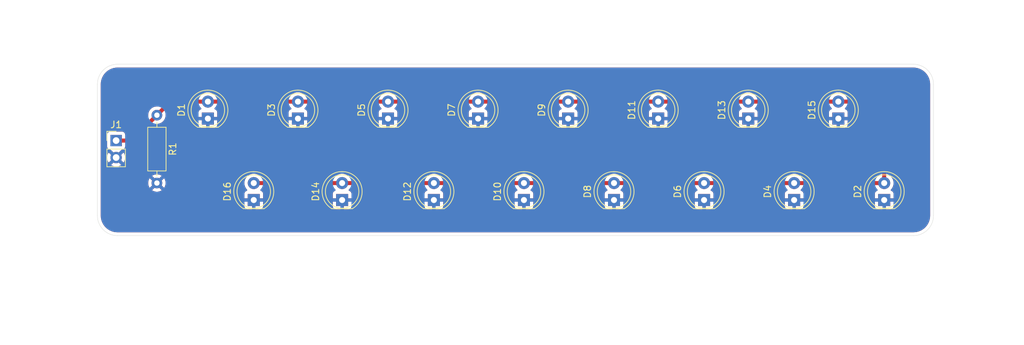
<source format=kicad_pcb>
(kicad_pcb (version 20241229) (generator "pcbnew") (generator_version "9.0")
  (layers (0 "F.Cu" signal) (2 "B.Cu" signal) (13 "F.Paste" user) (15 "B.Paste" user) (5 "F.SilkS" user "F.Silkscreen") (7 "B.SilkS" user "B.Silkscreen") (1 "F.Mask" user) (3 "B.Mask" user) (25 "Edge.Cuts" user))
  (net 0 "")
  (net 1 "GND")
  (net 2 "Net-(D1-A)")
  (footprint "LED_THT:LED_D5.0mm" (layer "F.Cu") (at 117.094 57.917 90)
    (property "Reference" "D7" (at 1.27 -3.96 90) (layer "F.SilkS"))
    (property "Value" "LED")
    (fp_line (start -1.29 -1.545) (end -1.29 1.545) (stroke (width 0.12)) (layer "F.SilkS"))
    (fp_arc (start -1.29 -1.54483) (mid 2.071779 -2.880495) (end 4.26 0) (stroke (width 0.12)) (layer "F.SilkS"))
    (fp_arc (start 4.26 0) (mid 2.071779 2.880495) (end -1.29 1.54483) (stroke (width 0.12)) (layer "F.SilkS"))
    (fp_circle (center 1.27 0) (end 3.77 0) (stroke (width 0.12)) (fill no) (layer "F.SilkS"))
    (pad "1" thru_hole rect (at 0 0 90) (size 1.8 1.8) (drill 0.9) (layers "*.Cu" "*.Mask") (net 1 "GND"))
    (pad "2" thru_hole circle (at 2.54 0 90) (size 1.8 1.8) (drill 0.9) (layers "*.Cu" "*.Mask") (net 2 "Net-(D1-A)"))
  )
  (footprint "LED_THT:LED_D5.0mm" (layer "F.Cu") (at 76.708 57.917 90)
    (property "Reference" "D1" (at 1.27 -3.96 90) (layer "F.SilkS"))
    (property "Value" "LED")
    (fp_line (start -1.29 -1.545) (end -1.29 1.545) (stroke (width 0.12)) (layer "F.SilkS"))
    (fp_arc (start -1.29 -1.54483) (mid 2.071779 -2.880495) (end 4.26 0) (stroke (width 0.12)) (layer "F.SilkS"))
    (fp_arc (start 4.26 0) (mid 2.071779 2.880495) (end -1.29 1.54483) (stroke (width 0.12)) (layer "F.SilkS"))
    (fp_circle (center 1.27 0) (end 3.77 0) (stroke (width 0.12)) (fill no) (layer "F.SilkS"))
    (pad "1" thru_hole rect (at 0 0 90) (size 1.8 1.8) (drill 0.9) (layers "*.Cu" "*.Mask") (net 1 "GND"))
    (pad "2" thru_hole circle (at 2.54 0 90) (size 1.8 1.8) (drill 0.9) (layers "*.Cu" "*.Mask") (net 2 "Net-(D1-A)"))
  )
  (footprint "LED_THT:LED_D5.0mm" (layer "F.Cu") (at 170.942 57.912 90)
    (property "Reference" "D15" (at 1.27 -3.96 90) (layer "F.SilkS"))
    (property "Value" "LED")
    (fp_line (start -1.29 -1.545) (end -1.29 1.545) (stroke (width 0.12)) (layer "F.SilkS"))
    (fp_arc (start -1.29 -1.54483) (mid 2.071779 -2.880495) (end 4.26 0) (stroke (width 0.12)) (layer "F.SilkS"))
    (fp_arc (start 4.26 0) (mid 2.071779 2.880495) (end -1.29 1.54483) (stroke (width 0.12)) (layer "F.SilkS"))
    (fp_circle (center 1.27 0) (end 3.77 0) (stroke (width 0.12)) (fill no) (layer "F.SilkS"))
    (pad "1" thru_hole rect (at 0 0 90) (size 1.8 1.8) (drill 0.9) (layers "*.Cu" "*.Mask") (net 1 "GND"))
    (pad "2" thru_hole circle (at 2.54 0 90) (size 1.8 1.8) (drill 0.9) (layers "*.Cu" "*.Mask") (net 2 "Net-(D1-A)"))
  )
  (footprint "LED_THT:LED_D5.0mm" (layer "F.Cu") (at 177.8 70.109 90)
    (property "Reference" "D2" (at 1.27 -3.96 90) (layer "F.SilkS"))
    (property "Value" "LED")
    (fp_line (start -1.29 -1.545) (end -1.29 1.545) (stroke (width 0.12)) (layer "F.SilkS"))
    (fp_arc (start -1.29 -1.54483) (mid 2.071779 -2.880495) (end 4.26 0) (stroke (width 0.12)) (layer "F.SilkS"))
    (fp_arc (start 4.26 0) (mid 2.071779 2.880495) (end -1.29 1.54483) (stroke (width 0.12)) (layer "F.SilkS"))
    (fp_circle (center 1.27 0) (end 3.77 0) (stroke (width 0.12)) (fill no) (layer "F.SilkS"))
    (pad "1" thru_hole rect (at 0 0 90) (size 1.8 1.8) (drill 0.9) (layers "*.Cu" "*.Mask") (net 1 "GND"))
    (pad "2" thru_hole circle (at 2.54 0 90) (size 1.8 1.8) (drill 0.9) (layers "*.Cu" "*.Mask") (net 2 "Net-(D1-A)"))
  )
  (footprint "Resistor_THT:R_Axial_DIN0207_L6.3mm_D2.5mm_P10.16mm_Horizontal" (layer "F.Cu") (at 69.088 57.404 -90)
    (property "Reference" "R1" (at 5.08 -2.37 90) (layer "F.SilkS"))
    (property "Value" "R")
    (fp_line (start 1.04 0) (end 1.81 0) (stroke (width 0.12)) (layer "F.SilkS"))
    (fp_line (start 9.12 0) (end 8.35 0) (stroke (width 0.12)) (layer "F.SilkS"))
    (fp_rect (start 1.81 -1.37) (end 8.35 1.37) (stroke (width 0.12)) (fill no) (layer "F.SilkS"))
    (pad "1" thru_hole circle (at 0 0 270) (size 1.6 1.6) (drill 0.8) (layers "*.Cu" "*.Mask") (net 2 "Net-(D1-A)"))
    (pad "2" thru_hole circle (at 10.16 0 270) (size 1.6 1.6) (drill 0.8) (layers "*.Cu" "*.Mask") (net 1 "GND"))
  )
  (footprint "Connector_PinHeader_2.54mm:PinHeader_1x02_P2.54mm_Vertical" (layer "F.Cu") (at 62.992 61.209)
    (property "Reference" "J1" (at 0 -2.38 0) (layer "F.SilkS"))
    (property "Value" "Conn_01x02_Pin")
    (fp_line (start -1.38 -1.38) (end 0 -1.38) (stroke (width 0.12)) (layer "F.SilkS"))
    (fp_line (start -1.38 0) (end -1.38 -1.38) (stroke (width 0.12)) (layer "F.SilkS"))
    (fp_line (start -1.38 1.27) (end -1.38 3.92) (stroke (width 0.12)) (layer "F.SilkS"))
    (fp_line (start -1.38 1.27) (end 1.38 1.27) (stroke (width 0.12)) (layer "F.SilkS"))
    (fp_line (start -1.38 3.92) (end 1.38 3.92) (stroke (width 0.12)) (layer "F.SilkS"))
    (fp_line (start 1.38 1.27) (end 1.38 3.92) (stroke (width 0.12)) (layer "F.SilkS"))
    (pad "1" thru_hole rect (at 0 0) (size 1.7 1.7) (drill 1) (layers "*.Cu" "*.Mask") (net 2 "Net-(D1-A)"))
    (pad "2" thru_hole circle (at 0 2.54) (size 1.7 1.7) (drill 1) (layers "*.Cu" "*.Mask") (net 1 "GND"))
  )
  (footprint "LED_THT:LED_D5.0mm" (layer "F.Cu") (at 96.774 70.109 90)
    (property "Reference" "D14" (at 1.27 -3.96 90) (layer "F.SilkS"))
    (property "Value" "LED")
    (fp_line (start -1.29 -1.545) (end -1.29 1.545) (stroke (width 0.12)) (layer "F.SilkS"))
    (fp_arc (start -1.29 -1.54483) (mid 2.071779 -2.880495) (end 4.26 0) (stroke (width 0.12)) (layer "F.SilkS"))
    (fp_arc (start 4.26 0) (mid 2.071779 2.880495) (end -1.29 1.54483) (stroke (width 0.12)) (layer "F.SilkS"))
    (fp_circle (center 1.27 0) (end 3.77 0) (stroke (width 0.12)) (fill no) (layer "F.SilkS"))
    (pad "1" thru_hole rect (at 0 0 90) (size 1.8 1.8) (drill 0.9) (layers "*.Cu" "*.Mask") (net 1 "GND"))
    (pad "2" thru_hole circle (at 2.54 0 90) (size 1.8 1.8) (drill 0.9) (layers "*.Cu" "*.Mask") (net 2 "Net-(D1-A)"))
  )
  (footprint "LED_THT:LED_D5.0mm" (layer "F.Cu") (at 110.49 70.109 90)
    (property "Reference" "D12" (at 1.27 -3.96 90) (layer "F.SilkS"))
    (property "Value" "LED")
    (fp_line (start -1.29 -1.545) (end -1.29 1.545) (stroke (width 0.12)) (layer "F.SilkS"))
    (fp_arc (start -1.29 -1.54483) (mid 2.071779 -2.880495) (end 4.26 0) (stroke (width 0.12)) (layer "F.SilkS"))
    (fp_arc (start 4.26 0) (mid 2.071779 2.880495) (end -1.29 1.54483) (stroke (width 0.12)) (layer "F.SilkS"))
    (fp_circle (center 1.27 0) (end 3.77 0) (stroke (width 0.12)) (fill no) (layer "F.SilkS"))
    (pad "1" thru_hole rect (at 0 0 90) (size 1.8 1.8) (drill 0.9) (layers "*.Cu" "*.Mask") (net 1 "GND"))
    (pad "2" thru_hole circle (at 2.54 0 90) (size 1.8 1.8) (drill 0.9) (layers "*.Cu" "*.Mask") (net 2 "Net-(D1-A)"))
  )
  (footprint "LED_THT:LED_D5.0mm" (layer "F.Cu") (at 164.338 70.109 90)
    (property "Reference" "D4" (at 1.27 -3.96 90) (layer "F.SilkS"))
    (property "Value" "LED")
    (fp_line (start -1.29 -1.545) (end -1.29 1.545) (stroke (width 0.12)) (layer "F.SilkS"))
    (fp_arc (start -1.29 -1.54483) (mid 2.071779 -2.880495) (end 4.26 0) (stroke (width 0.12)) (layer "F.SilkS"))
    (fp_arc (start 4.26 0) (mid 2.071779 2.880495) (end -1.29 1.54483) (stroke (width 0.12)) (layer "F.SilkS"))
    (fp_circle (center 1.27 0) (end 3.77 0) (stroke (width 0.12)) (fill no) (layer "F.SilkS"))
    (pad "1" thru_hole rect (at 0 0 90) (size 1.8 1.8) (drill 0.9) (layers "*.Cu" "*.Mask") (net 1 "GND"))
    (pad "2" thru_hole circle (at 2.54 0 90) (size 1.8 1.8) (drill 0.9) (layers "*.Cu" "*.Mask") (net 2 "Net-(D1-A)"))
  )
  (footprint "LED_THT:LED_D5.0mm" (layer "F.Cu") (at 90.17 57.917 90)
    (property "Reference" "D3" (at 1.27 -3.96 90) (layer "F.SilkS"))
    (property "Value" "LED")
    (fp_line (start -1.29 -1.545) (end -1.29 1.545) (stroke (width 0.12)) (layer "F.SilkS"))
    (fp_arc (start -1.29 -1.54483) (mid 2.071779 -2.880495) (end 4.26 0) (stroke (width 0.12)) (layer "F.SilkS"))
    (fp_arc (start 4.26 0) (mid 2.071779 2.880495) (end -1.29 1.54483) (stroke (width 0.12)) (layer "F.SilkS"))
    (fp_circle (center 1.27 0) (end 3.77 0) (stroke (width 0.12)) (fill no) (layer "F.SilkS"))
    (pad "1" thru_hole rect (at 0 0 90) (size 1.8 1.8) (drill 0.9) (layers "*.Cu" "*.Mask") (net 1 "GND"))
    (pad "2" thru_hole circle (at 2.54 0 90) (size 1.8 1.8) (drill 0.9) (layers "*.Cu" "*.Mask") (net 2 "Net-(D1-A)"))
  )
  (footprint "LED_THT:LED_D5.0mm" (layer "F.Cu") (at 83.566 70.109 90)
    (property "Reference" "D16" (at 1.27 -3.96 90) (layer "F.SilkS"))
    (property "Value" "LED")
    (fp_line (start -1.29 -1.545) (end -1.29 1.545) (stroke (width 0.12)) (layer "F.SilkS"))
    (fp_arc (start -1.29 -1.54483) (mid 2.071779 -2.880495) (end 4.26 0) (stroke (width 0.12)) (layer "F.SilkS"))
    (fp_arc (start 4.26 0) (mid 2.071779 2.880495) (end -1.29 1.54483) (stroke (width 0.12)) (layer "F.SilkS"))
    (fp_circle (center 1.27 0) (end 3.77 0) (stroke (width 0.12)) (fill no) (layer "F.SilkS"))
    (pad "1" thru_hole rect (at 0 0 90) (size 1.8 1.8) (drill 0.9) (layers "*.Cu" "*.Mask") (net 1 "GND"))
    (pad "2" thru_hole circle (at 2.54 0 90) (size 1.8 1.8) (drill 0.9) (layers "*.Cu" "*.Mask") (net 2 "Net-(D1-A)"))
  )
  (footprint "LED_THT:LED_D5.0mm" (layer "F.Cu") (at 137.414 70.109 90)
    (property "Reference" "D8" (at 1.27 -3.96 90) (layer "F.SilkS"))
    (property "Value" "LED")
    (fp_line (start -1.29 -1.545) (end -1.29 1.545) (stroke (width 0.12)) (layer "F.SilkS"))
    (fp_arc (start -1.29 -1.54483) (mid 2.071779 -2.880495) (end 4.26 0) (stroke (width 0.12)) (layer "F.SilkS"))
    (fp_arc (start 4.26 0) (mid 2.071779 2.880495) (end -1.29 1.54483) (stroke (width 0.12)) (layer "F.SilkS"))
    (fp_circle (center 1.27 0) (end 3.77 0) (stroke (width 0.12)) (fill no) (layer "F.SilkS"))
    (pad "1" thru_hole rect (at 0 0 90) (size 1.8 1.8) (drill 0.9) (layers "*.Cu" "*.Mask") (net 1 "GND"))
    (pad "2" thru_hole circle (at 2.54 0 90) (size 1.8 1.8) (drill 0.9) (layers "*.Cu" "*.Mask") (net 2 "Net-(D1-A)"))
  )
  (footprint "LED_THT:LED_D5.0mm" (layer "F.Cu") (at 150.876 70.109 90)
    (property "Reference" "D6" (at 1.27 -3.96 90) (layer "F.SilkS"))
    (property "Value" "LED")
    (fp_line (start -1.29 -1.545) (end -1.29 1.545) (stroke (width 0.12)) (layer "F.SilkS"))
    (fp_arc (start -1.29 -1.54483) (mid 2.071779 -2.880495) (end 4.26 0) (stroke (width 0.12)) (layer "F.SilkS"))
    (fp_arc (start 4.26 0) (mid 2.071779 2.880495) (end -1.29 1.54483) (stroke (width 0.12)) (layer "F.SilkS"))
    (fp_circle (center 1.27 0) (end 3.77 0) (stroke (width 0.12)) (fill no) (layer "F.SilkS"))
    (pad "1" thru_hole rect (at 0 0 90) (size 1.8 1.8) (drill 0.9) (layers "*.Cu" "*.Mask") (net 1 "GND"))
    (pad "2" thru_hole circle (at 2.54 0 90) (size 1.8 1.8) (drill 0.9) (layers "*.Cu" "*.Mask") (net 2 "Net-(D1-A)"))
  )
  (footprint "LED_THT:LED_D5.0mm" (layer "F.Cu") (at 123.952 70.109 90)
    (property "Reference" "D10" (at 1.27 -3.96 90) (layer "F.SilkS"))
    (property "Value" "LED")
    (fp_line (start -1.29 -1.545) (end -1.29 1.545) (stroke (width 0.12)) (layer "F.SilkS"))
    (fp_arc (start -1.29 -1.54483) (mid 2.071779 -2.880495) (end 4.26 0) (stroke (width 0.12)) (layer "F.SilkS"))
    (fp_arc (start 4.26 0) (mid 2.071779 2.880495) (end -1.29 1.54483) (stroke (width 0.12)) (layer "F.SilkS"))
    (fp_circle (center 1.27 0) (end 3.77 0) (stroke (width 0.12)) (fill no) (layer "F.SilkS"))
    (pad "1" thru_hole rect (at 0 0 90) (size 1.8 1.8) (drill 0.9) (layers "*.Cu" "*.Mask") (net 1 "GND"))
    (pad "2" thru_hole circle (at 2.54 0 90) (size 1.8 1.8) (drill 0.9) (layers "*.Cu" "*.Mask") (net 2 "Net-(D1-A)"))
  )
  (footprint "LED_THT:LED_D5.0mm" (layer "F.Cu") (at 157.48 57.917 90)
    (property "Reference" "D13" (at 1.27 -3.96 90) (layer "F.SilkS"))
    (property "Value" "LED")
    (fp_line (start -1.29 -1.545) (end -1.29 1.545) (stroke (width 0.12)) (layer "F.SilkS"))
    (fp_arc (start -1.29 -1.54483) (mid 2.071779 -2.880495) (end 4.26 0) (stroke (width 0.12)) (layer "F.SilkS"))
    (fp_arc (start 4.26 0) (mid 2.071779 2.880495) (end -1.29 1.54483) (stroke (width 0.12)) (layer "F.SilkS"))
    (fp_circle (center 1.27 0) (end 3.77 0) (stroke (width 0.12)) (fill no) (layer "F.SilkS"))
    (pad "1" thru_hole rect (at 0 0 90) (size 1.8 1.8) (drill 0.9) (layers "*.Cu" "*.Mask") (net 1 "GND"))
    (pad "2" thru_hole circle (at 2.54 0 90) (size 1.8 1.8) (drill 0.9) (layers "*.Cu" "*.Mask") (net 2 "Net-(D1-A)"))
  )
  (footprint "LED_THT:LED_D5.0mm" (layer "F.Cu") (at 130.556 57.917 90)
    (property "Reference" "D9" (at 1.27 -3.96 90) (layer "F.SilkS"))
    (property "Value" "LED")
    (fp_line (start -1.29 -1.545) (end -1.29 1.545) (stroke (width 0.12)) (layer "F.SilkS"))
    (fp_arc (start -1.29 -1.54483) (mid 2.071779 -2.880495) (end 4.26 0) (stroke (width 0.12)) (layer "F.SilkS"))
    (fp_arc (start 4.26 0) (mid 2.071779 2.880495) (end -1.29 1.54483) (stroke (width 0.12)) (layer "F.SilkS"))
    (fp_circle (center 1.27 0) (end 3.77 0) (stroke (width 0.12)) (fill no) (layer "F.SilkS"))
    (pad "1" thru_hole rect (at 0 0 90) (size 1.8 1.8) (drill 0.9) (layers "*.Cu" "*.Mask") (net 1 "GND"))
    (pad "2" thru_hole circle (at 2.54 0 90) (size 1.8 1.8) (drill 0.9) (layers "*.Cu" "*.Mask") (net 2 "Net-(D1-A)"))
  )
  (footprint "LED_THT:LED_D5.0mm" (layer "F.Cu") (at 144.018 57.912 90)
    (property "Reference" "D11" (at 1.27 -3.96 90) (layer "F.SilkS"))
    (property "Value" "LED")
    (fp_line (start -1.29 -1.545) (end -1.29 1.545) (stroke (width 0.12)) (layer "F.SilkS"))
    (fp_arc (start -1.29 -1.54483) (mid 2.071779 -2.880495) (end 4.26 0) (stroke (width 0.12)) (layer "F.SilkS"))
    (fp_arc (start 4.26 0) (mid 2.071779 2.880495) (end -1.29 1.54483) (stroke (width 0.12)) (layer "F.SilkS"))
    (fp_circle (center 1.27 0) (end 3.77 0) (stroke (width 0.12)) (fill no) (layer "F.SilkS"))
    (pad "1" thru_hole rect (at 0 0 90) (size 1.8 1.8) (drill 0.9) (layers "*.Cu" "*.Mask") (net 1 "GND"))
    (pad "2" thru_hole circle (at 2.54 0 90) (size 1.8 1.8) (drill 0.9) (layers "*.Cu" "*.Mask") (net 2 "Net-(D1-A)"))
  )
  (footprint "LED_THT:LED_D5.0mm" (layer "F.Cu") (at 103.632 57.917 90)
    (property "Reference" "D5" (at 1.27 -3.96 90) (layer "F.SilkS"))
    (property "Value" "LED")
    (fp_line (start -1.29 -1.545) (end -1.29 1.545) (stroke (width 0.12)) (layer "F.SilkS"))
    (fp_arc (start -1.29 -1.54483) (mid 2.071779 -2.880495) (end 4.26 0) (stroke (width 0.12)) (layer "F.SilkS"))
    (fp_arc (start 4.26 0) (mid 2.071779 2.880495) (end -1.29 1.54483) (stroke (width 0.12)) (layer "F.SilkS"))
    (fp_circle (center 1.27 0) (end 3.77 0) (stroke (width 0.12)) (fill no) (layer "F.SilkS"))
    (pad "1" thru_hole rect (at 0 0 90) (size 1.8 1.8) (drill 0.9) (layers "*.Cu" "*.Mask") (net 1 "GND"))
    (pad "2" thru_hole circle (at 2.54 0 90) (size 1.8 1.8) (drill 0.9) (layers "*.Cu" "*.Mask") (net 2 "Net-(D1-A)"))
  )
  (gr_arc (start 60.198 52.784) (mid 61.07668 50.66268) (end 63.198 49.784) (stroke (width 0.05)) (layer "Edge.Cuts"))
  (gr_line (start 63.198 49.784) (end 182.166 49.784) (stroke (width 0.05)) (layer "Edge.Cuts"))
  (gr_line (start 185.166 52.784) (end 185.166 72.438) (stroke (width 0.05)) (layer "Edge.Cuts"))
  (gr_arc (start 182.166 49.784) (mid 184.28732 50.66268) (end 185.166 52.784) (stroke (width 0.05)) (layer "Edge.Cuts"))
  (gr_line (start 182.166 75.438) (end 63.198 75.438) (stroke (width 0.05)) (layer "Edge.Cuts"))
  (gr_arc (start 63.198 75.438) (mid 61.07668 74.55932) (end 60.198 72.438) (stroke (width 0.05)) (layer "Edge.Cuts"))
  (gr_line (start 60.198 72.438) (end 60.198 52.784) (stroke (width 0.05)) (layer "Edge.Cuts"))
  (gr_arc (start 185.166 72.438) (mid 184.28732 74.55932) (end 182.166 75.438) (stroke (width 0.05)) (layer "Edge.Cuts"))
  (gr_text "-\n" (at 77.724 61.468 0) (layer "F.Cu" knockout) (effects (font (size 1.5 1.5) (thickness 0.3) (bold yes)) (justify left bottom)))
  (gr_text "-\n" (at 84.582 73.66 0) (layer "F.Cu" knockout) (effects (font (size 1.5 1.5) (thickness 0.3) (bold yes)) (justify left bottom)))
  (gr_text "+" (at 84.582 65.278 0) (layer "F.Cu" knockout) (effects (font (size 1.5 1.5) (thickness 0.3) (bold yes)) (justify left bottom)))
  (gr_text "+" (at 77.724 53.086 0) (layer "F.Cu" knockout) (effects (font (size 1.5 1.5) (thickness 0.3) (bold yes)) (justify left bottom)))
  (segment (start 144.018 55.372) (end 144.023 55.377) (width 0.6) (layer "F.Cu") (net 2))
  (segment (start 117.094 55.377) (end 130.556 55.377) (width 0.6) (layer "F.Cu") (net 2))
  (segment (start 144.013 55.377) (end 144.018 55.372) (width 0.6) (layer "F.Cu") (net 2))
  (segment (start 71.115 55.377) (end 69.088 57.404) (width 0.6) (layer "F.Cu") (net 2))
  (segment (start 150.876 67.569) (end 164.338 67.569) (width 0.6) (layer "F.Cu") (net 2))
  (segment (start 110.49 67.569) (end 123.952 67.569) (width 0.6) (layer "F.Cu") (net 2))
  (segment (start 65.283 61.209) (end 62.992 61.209) (width 0.6) (layer "F.Cu") (net 2))
  (segment (start 90.17 55.377) (end 103.632 55.377) (width 0.6) (layer "F.Cu") (net 2))
  (segment (start 83.566 67.569) (end 96.774 67.569) (width 0.6) (layer "F.Cu") (net 2))
  (segment (start 96.774 67.569) (end 110.49 67.569) (width 0.6) (layer "F.Cu") (net 2))
  (segment (start 170.937 55.377) (end 170.942 55.372) (width 0.6) (layer "F.Cu") (net 2))
  (segment (start 157.48 55.377) (end 170.937 55.377) (width 0.6) (layer "F.Cu") (net 2))
  (segment (start 130.556 55.377) (end 144.013 55.377) (width 0.6) (layer "F.Cu") (net 2))
  (segment (start 164.338 67.569) (end 177.8 67.569) (width 0.6) (layer "F.Cu") (net 2))
  (segment (start 150.876 67.569) (end 137.414 67.569) (width 0.6) (layer "F.Cu") (net 2))
  (segment (start 123.952 67.569) (end 137.414 67.569) (width 0.6) (layer "F.Cu") (net 2))
  (segment (start 76.708 55.377) (end 71.115 55.377) (width 0.6) (layer "F.Cu") (net 2))
  (segment (start 173.736 55.372) (end 177.8 59.436) (width 0.6) (layer "F.Cu") (net 2))
  (segment (start 103.632 55.377) (end 117.094 55.377) (width 0.6) (layer "F.Cu") (net 2))
  (segment (start 76.708 55.377) (end 90.17 55.377) (width 0.6) (layer "F.Cu") (net 2))
  (segment (start 69.088 57.404) (end 65.283 61.209) (width 0.6) (layer "F.Cu") (net 2))
  (segment (start 170.942 55.372) (end 173.736 55.372) (width 0.6) (layer "F.Cu") (net 2))
  (segment (start 177.8 59.436) (end 177.8 67.569) (width 0.6) (layer "F.Cu") (net 2))
  (segment (start 144.023 55.377) (end 157.48 55.377) (width 0.6) (layer "F.Cu") (net 2))
  (zone (net 1) (net_name "GND") (layers "F.Cu" "B.Cu") (connect_pads (clearance 0.5)) (min_thickness 0.25) (fill yes (thermal_gap 0.5) (thermal_bridge_width 0.5))
    (polygon (pts (arc (start 185.166 52.784) (mid 184.28732 50.66268) (end 182.166 49.784)) (arc (start 63.198 49.784) (mid 61.07668 50.66268) (end 60.198 52.784)) (arc (start 60.198 72.438) (mid 61.07668 74.55932) (end 63.198 75.438)) (arc (start 182.166 75.438) (mid 184.28732 74.55932) (end 185.166 72.438))))
  )
)
</source>
